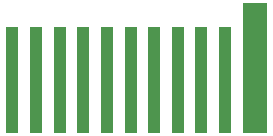
<source format=gbp>
G04*
G04 #@! TF.GenerationSoftware,Altium Limited,Altium Designer,21.0.9 (235)*
G04*
G04 Layer_Color=128*
%FSTAX24Y24*%
%MOIN*%
G70*
G04*
G04 #@! TF.SameCoordinates,2BB606B7-502A-413E-8362-7AFD42C930D0*
G04*
G04*
G04 #@! TF.FilePolarity,Positive*
G04*
G01*
G75*
%ADD45R,0.0787X0.4331*%
%ADD46R,0.0394X0.3543*%
D45*
X045276Y028937D02*
D03*
D46*
X044291Y028543D02*
D03*
X043504D02*
D03*
X042717D02*
D03*
X041929D02*
D03*
X041142D02*
D03*
X040354D02*
D03*
X039567D02*
D03*
X03878D02*
D03*
X037992D02*
D03*
X037205D02*
D03*
M02*

</source>
